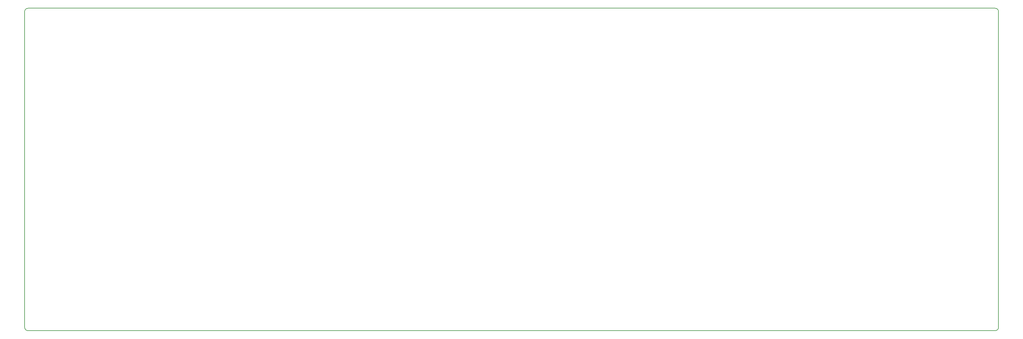
<source format=gm1>
G04 #@! TF.FileFunction,Profile,NP*
%FSLAX46Y46*%
G04 Gerber Fmt 4.6, Leading zero omitted, Abs format (unit mm)*
G04 Created by KiCad (PCBNEW 4.0.5+dfsg1-4) date Tue May 30 14:12:21 2017*
%MOMM*%
%LPD*%
G01*
G04 APERTURE LIST*
%ADD10C,0.100000*%
%ADD11C,0.150000*%
G04 APERTURE END LIST*
D10*
D11*
X351700000Y-100500000D02*
G75*
G03X350700000Y-99500000I-1000000J0D01*
G01*
X350700000Y-193800000D02*
G75*
G03X351700000Y-192800000I0J1000000D01*
G01*
X66600000Y-192800000D02*
G75*
G03X67600000Y-193800000I1000000J0D01*
G01*
X66600000Y-100500000D02*
X66600000Y-100600000D01*
X67600000Y-99500000D02*
G75*
G03X66600000Y-100500000I0J-1000000D01*
G01*
X66600000Y-192800000D02*
X66600000Y-100600000D01*
X350700000Y-193800000D02*
X67600000Y-193800000D01*
X351700000Y-100500000D02*
X351700000Y-192800000D01*
X67600000Y-99500000D02*
X350700000Y-99500000D01*
M02*

</source>
